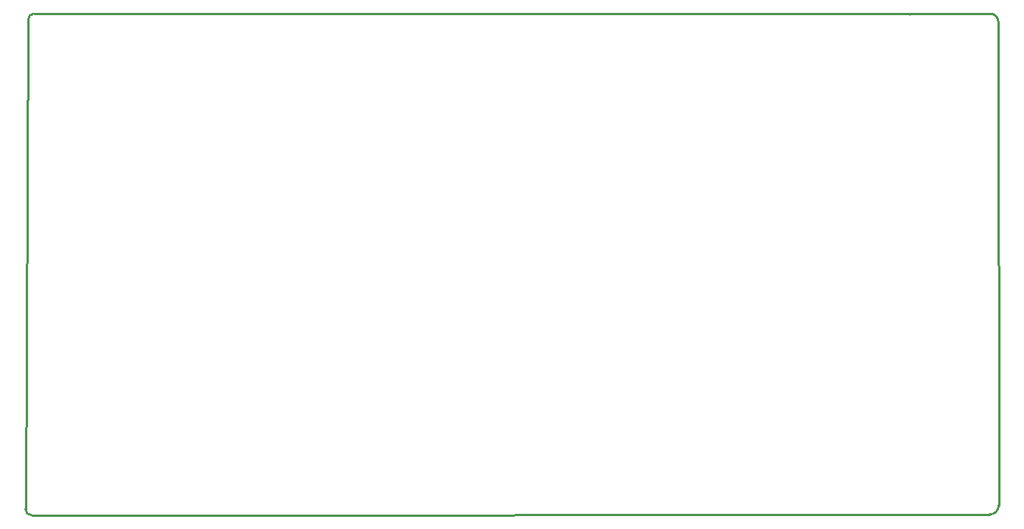
<source format=gm1>
G04*
G04 #@! TF.GenerationSoftware,Altium Limited,Altium Designer,22.9.1 (49)*
G04*
G04 Layer_Color=16711935*
%FSLAX25Y25*%
%MOIN*%
G70*
G04*
G04 #@! TF.SameCoordinates,09DA8A7C-0E06-47C8-8122-5E973528E8BD*
G04*
G04*
G04 #@! TF.FilePolarity,Positive*
G04*
G01*
G75*
%ADD17C,0.01000*%
D17*
X2500Y266942D02*
G03*
X80Y264548I-46J-2373D01*
G01*
X426682Y263355D02*
G03*
X423124Y266952I-3528J68D01*
G01*
X422836Y46762D02*
G03*
X426854Y50736I76J3941D01*
G01*
X-1136Y49042D02*
G03*
X1554Y46381I2639J-22D01*
G01*
X2500Y266942D02*
X423124Y266952D01*
X-1136Y49042D02*
X80Y264548D01*
X1554Y46381D02*
X422836Y46762D01*
X387726Y266722D02*
X387732Y266716D01*
X426682Y263355D02*
X426854Y50736D01*
M02*

</source>
